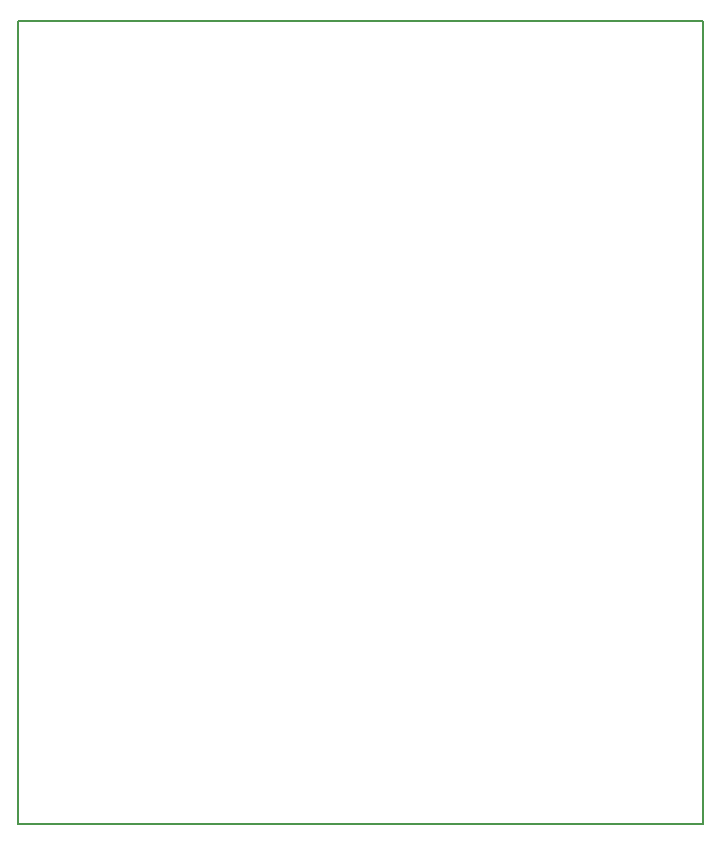
<source format=gbr>
%TF.GenerationSoftware,KiCad,Pcbnew,8.0.8-8.0.8-0~ubuntu24.10.1*%
%TF.CreationDate,2025-03-15T17:44:09-07:00*%
%TF.ProjectId,sailingRegattaTimer,7361696c-696e-4675-9265-676174746154,rev?*%
%TF.SameCoordinates,Original*%
%TF.FileFunction,Profile,NP*%
%FSLAX46Y46*%
G04 Gerber Fmt 4.6, Leading zero omitted, Abs format (unit mm)*
G04 Created by KiCad (PCBNEW 8.0.8-8.0.8-0~ubuntu24.10.1) date 2025-03-15 17:44:09*
%MOMM*%
%LPD*%
G01*
G04 APERTURE LIST*
%TA.AperFunction,Profile*%
%ADD10C,0.150000*%
%TD*%
G04 APERTURE END LIST*
D10*
X110800000Y-38100000D02*
X168800000Y-38100000D01*
X168800000Y-106100000D01*
X110800000Y-106100000D01*
X110800000Y-38100000D01*
X110800000Y-38100000D02*
X168800000Y-38100000D01*
X168800000Y-106100000D01*
X110800000Y-106100000D01*
X110800000Y-38100000D01*
M02*

</source>
